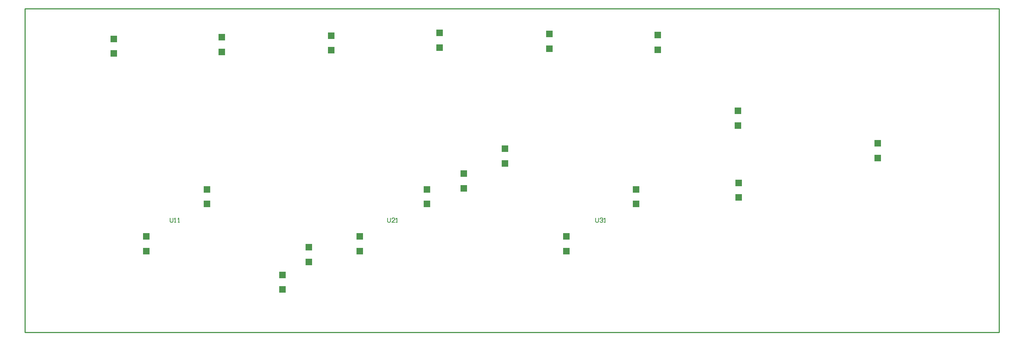
<source format=gbp>
G04*
G04 #@! TF.GenerationSoftware,Altium Limited,Altium Designer,18.0.9 (584)*
G04*
G04 Layer_Color=128*
%FSLAX43Y43*%
%MOMM*%
G71*
G01*
G75*
%ADD10C,0.254*%
%ADD16C,0.178*%
%ADD18R,1.524X1.524*%
D10*
X127Y76073D02*
X127Y127D01*
X228473D01*
X228473Y76073D02*
X228473Y127D01*
X127Y76073D02*
X228473D01*
D16*
X34163Y26924D02*
Y26077D01*
X34332Y25908D01*
X34671D01*
X34840Y26077D01*
Y26924D01*
X35179Y25908D02*
X35517D01*
X35348D01*
Y26924D01*
X35179Y26754D01*
X36025Y25908D02*
X36364D01*
X36194D01*
Y26924D01*
X36025Y26754D01*
X85090Y26924D02*
Y26077D01*
X85259Y25908D01*
X85598D01*
X85767Y26077D01*
Y26924D01*
X86783Y25908D02*
X86106D01*
X86783Y26585D01*
Y26754D01*
X86614Y26924D01*
X86275D01*
X86106Y26754D01*
X87121Y25908D02*
X87460D01*
X87291D01*
Y26924D01*
X87121Y26754D01*
X133858Y26924D02*
Y26077D01*
X134027Y25908D01*
X134366D01*
X134535Y26077D01*
Y26924D01*
X134874Y26754D02*
X135043Y26924D01*
X135382D01*
X135551Y26754D01*
Y26585D01*
X135382Y26416D01*
X135212D01*
X135382D01*
X135551Y26247D01*
Y26077D01*
X135382Y25908D01*
X135043D01*
X134874Y26077D01*
X135889Y25908D02*
X136228D01*
X136059D01*
Y26924D01*
X135889Y26754D01*
D18*
X66675Y16637D02*
D03*
Y20066D02*
D03*
X123063Y70104D02*
D03*
Y66675D02*
D03*
X148463Y69850D02*
D03*
Y66421D02*
D03*
X127000Y19177D02*
D03*
Y22606D02*
D03*
X143383Y33655D02*
D03*
Y30226D02*
D03*
X71882Y69723D02*
D03*
Y66294D02*
D03*
X97282Y70358D02*
D03*
Y66929D02*
D03*
X78613Y19177D02*
D03*
Y22606D02*
D03*
X94361Y33655D02*
D03*
Y30226D02*
D03*
X20955Y68961D02*
D03*
Y65532D02*
D03*
X46228Y69342D02*
D03*
Y65913D02*
D03*
X28575Y19177D02*
D03*
Y22606D02*
D03*
X42799Y33655D02*
D03*
Y30226D02*
D03*
X60452Y10160D02*
D03*
Y13589D02*
D03*
X102997Y37338D02*
D03*
Y33909D02*
D03*
X112649Y43180D02*
D03*
Y39751D02*
D03*
X167386Y31750D02*
D03*
Y35179D02*
D03*
X167259Y48641D02*
D03*
Y52070D02*
D03*
X200025Y41021D02*
D03*
Y44450D02*
D03*
M02*

</source>
